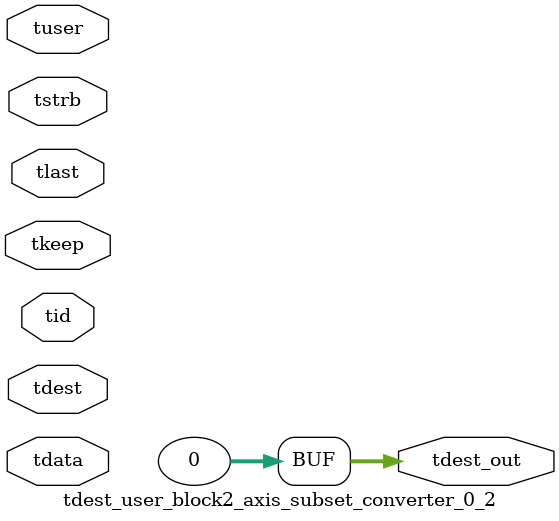
<source format=v>


`timescale 1ps/1ps

module tdest_user_block2_axis_subset_converter_0_2 #
(
parameter C_S_AXIS_TDATA_WIDTH = 32,
parameter C_S_AXIS_TUSER_WIDTH = 0,
parameter C_S_AXIS_TID_WIDTH   = 0,
parameter C_S_AXIS_TDEST_WIDTH = 0,
parameter C_M_AXIS_TDEST_WIDTH = 32
)
(
input  [(C_S_AXIS_TDATA_WIDTH == 0 ? 1 : C_S_AXIS_TDATA_WIDTH)-1:0     ] tdata,
input  [(C_S_AXIS_TUSER_WIDTH == 0 ? 1 : C_S_AXIS_TUSER_WIDTH)-1:0     ] tuser,
input  [(C_S_AXIS_TID_WIDTH   == 0 ? 1 : C_S_AXIS_TID_WIDTH)-1:0       ] tid,
input  [(C_S_AXIS_TDEST_WIDTH == 0 ? 1 : C_S_AXIS_TDEST_WIDTH)-1:0     ] tdest,
input  [(C_S_AXIS_TDATA_WIDTH/8)-1:0 ] tkeep,
input  [(C_S_AXIS_TDATA_WIDTH/8)-1:0 ] tstrb,
input                                                                    tlast,
output [C_M_AXIS_TDEST_WIDTH-1:0] tdest_out
);

assign tdest_out = {1'b0};

endmodule


</source>
